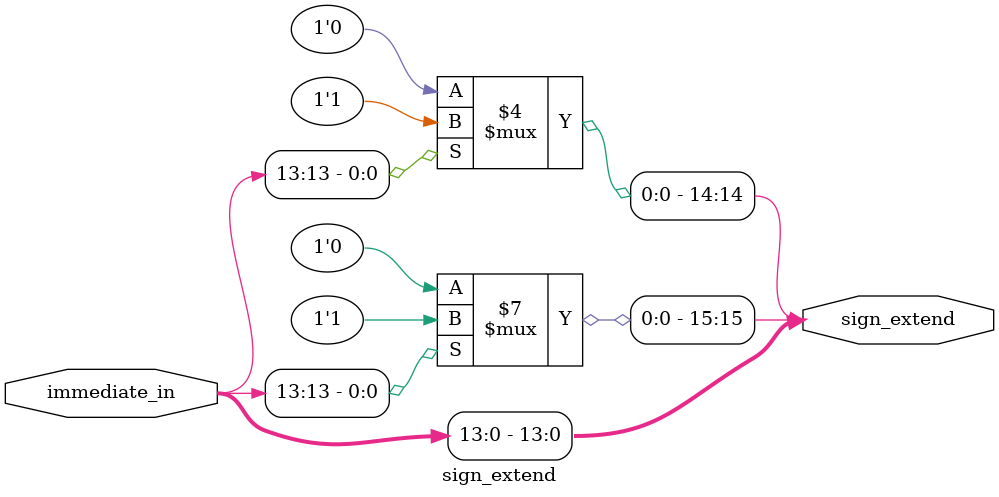
<source format=v>
`timescale 1ns / 1ps

module sign_extend(immediate_in, sign_extend);

    input [13:0] immediate_in;
    output [15:0] sign_extend;	
    reg [15:0] sign_extend;

/*
    assign sign_extend[15] =  (immediate_in[13] == 1) ? 1 : 0;
    assign sign_extend[14] =  (immediate_in[13] == 1) ? 1 : 0;
    assign sign_extend[13:0] = immediate_in[13:0];
*/

	   /* add your design */
    
    always @(immediate_in)
    begin
    sign_extend[13:0] = immediate_in[13:0];
    if(immediate_in[13] == 1)
       begin
          sign_extend[15] = 1'b1;
          sign_extend[14] = 1'b1;
       end
    else
       begin
          sign_extend[15] = 1'b0;
          sign_extend[14] = 1'b0;
       end
    end

endmodule

</source>
